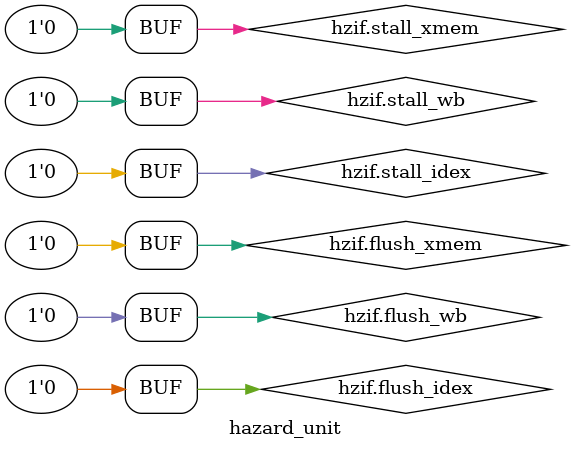
<source format=sv>
/*
   Hazard Unit
*/

`include "hazard_unit_if.vh"

module hazard_unit(
   hazard_unit_if.hzu hzif
);

  always_comb begin
     hzif.stall_ifid = 0;
     hzif.stall_idex = 0;
     hzif.stall_xmem = 0;
     hzif.stall_wb = 0;

     hzif.flush_ifid = hzif.dhit & !hzif.halt;// hzif.dhit;
     hzif.flush_idex = 0;
     hzif.flush_xmem = 0;
     hzif.flush_wb = 0;

     hzif.pc_en = !hzif.dhit;

     if((hzif.branch && hzif.is_equal) || (hzif.branch_neq && !hzif.is_equal)) begin
        hzif.flush_ifid = 1;
        hzif.pc_en = 1;
     end else if(hzif.jump) begin
      // hzif.pc_en = 0;
        hzif.flush_ifid = 1;
     end else if(hzif.idex_rs == hzif.mwb_rd && (hzif.idex_rs && hzif.mwb_rd)) begin
       // hzif.pc_en = 0;
        hzif.stall_ifid = 1;
     end
  end


//  assign hzif.flush_ifid = (hzif.jump || (hzif.branch && hzif.is_equal) || (hzif.branch_neq && !hzif.is_equal)) ? 1 : hzif.dhit;

  //TODO: handle case where SW occur
endmodule

</source>
